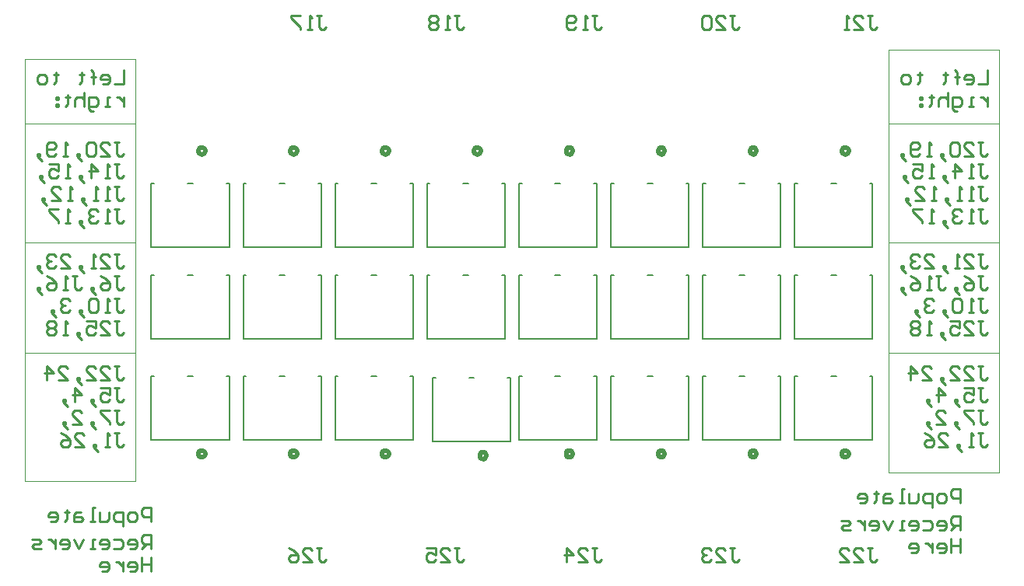
<source format=gbo>
G04*
G04 #@! TF.GenerationSoftware,Altium Limited,Altium Designer,20.2.6 (244)*
G04*
G04 Layer_Color=32896*
%FSLAX25Y25*%
%MOIN*%
G70*
G04*
G04 #@! TF.SameCoordinates,49C804FE-1F55-4C35-86A9-3D4A2AB346A9*
G04*
G04*
G04 #@! TF.FilePolarity,Positive*
G04*
G01*
G75*
%ADD12C,0.01000*%
%ADD33C,0.02000*%
%ADD34C,0.00394*%
%ADD35C,0.00600*%
D12*
X164354Y357473D02*
Y351475D01*
X160356D01*
X155357D02*
X157357D01*
X158356Y352474D01*
Y354474D01*
X157357Y355473D01*
X155357D01*
X154358Y354474D01*
Y353474D01*
X158356D01*
X151358Y351475D02*
Y356473D01*
Y354474D01*
X152358D01*
X150359D01*
X151358D01*
Y356473D01*
X150359Y357473D01*
X146360Y356473D02*
Y355473D01*
X147360D01*
X145361D01*
X146360D01*
Y352474D01*
X145361Y351475D01*
X135364Y356473D02*
Y355473D01*
X136363D01*
X134364D01*
X135364D01*
Y352474D01*
X134364Y351475D01*
X130365D02*
X128366D01*
X127366Y352474D01*
Y354474D01*
X128366Y355473D01*
X130365D01*
X131365Y354474D01*
Y352474D01*
X130365Y351475D01*
X164354Y345876D02*
Y341877D01*
Y343877D01*
X163355Y344876D01*
X162355Y345876D01*
X161355D01*
X158356Y341877D02*
X156357D01*
X157357D01*
Y345876D01*
X158356D01*
X151358Y339878D02*
X150359D01*
X149359Y340878D01*
Y345876D01*
X152358D01*
X153358Y344876D01*
Y342877D01*
X152358Y341877D01*
X149359D01*
X147360Y347875D02*
Y341877D01*
Y344876D01*
X146360Y345876D01*
X144361D01*
X143361Y344876D01*
Y341877D01*
X140362Y346876D02*
Y345876D01*
X141362D01*
X139362D01*
X140362D01*
Y342877D01*
X139362Y341877D01*
X136363Y345876D02*
X135364D01*
Y344876D01*
X136363D01*
Y345876D01*
Y342877D02*
X135364D01*
Y341877D01*
X136363D01*
Y342877D01*
X160356Y326680D02*
X162355D01*
X161355D01*
Y321682D01*
X162355Y320683D01*
X163355D01*
X164354Y321682D01*
X154358Y320683D02*
X158356D01*
X154358Y324681D01*
Y325681D01*
X155357Y326680D01*
X157357D01*
X158356Y325681D01*
X152358D02*
X151358Y326680D01*
X149359D01*
X148360Y325681D01*
Y321682D01*
X149359Y320683D01*
X151358D01*
X152358Y321682D01*
Y325681D01*
X145361Y319683D02*
X144361Y320683D01*
Y321682D01*
X145361D01*
Y320683D01*
X144361D01*
X145361Y319683D01*
X146360Y318683D01*
X140362Y320683D02*
X138363D01*
X139362D01*
Y326680D01*
X140362Y325681D01*
X135364Y321682D02*
X134364Y320683D01*
X132365D01*
X131365Y321682D01*
Y325681D01*
X132365Y326680D01*
X134364D01*
X135364Y325681D01*
Y324681D01*
X134364Y323681D01*
X131365D01*
X128366Y319683D02*
X127366Y320683D01*
Y321682D01*
X128366D01*
Y320683D01*
X127366D01*
X128366Y319683D01*
X129366Y318683D01*
X160356Y317083D02*
X162355D01*
X161355D01*
Y312085D01*
X162355Y311085D01*
X163355D01*
X164354Y312085D01*
X158356Y311085D02*
X156357D01*
X157357D01*
Y317083D01*
X158356Y316083D01*
X150359Y311085D02*
Y317083D01*
X153358Y314084D01*
X149359D01*
X146360Y310085D02*
X145361Y311085D01*
Y312085D01*
X146360D01*
Y311085D01*
X145361D01*
X146360Y310085D01*
X147360Y309085D01*
X141362Y311085D02*
X139362D01*
X140362D01*
Y317083D01*
X141362Y316083D01*
X132365Y317083D02*
X136363D01*
Y314084D01*
X134364Y315084D01*
X133364D01*
X132365Y314084D01*
Y312085D01*
X133364Y311085D01*
X135364D01*
X136363Y312085D01*
X129366Y310085D02*
X128366Y311085D01*
Y312085D01*
X129366D01*
Y311085D01*
X128366D01*
X129366Y310085D01*
X130365Y309085D01*
X160356Y307485D02*
X162355D01*
X161355D01*
Y302487D01*
X162355Y301487D01*
X163355D01*
X164354Y302487D01*
X158356Y301487D02*
X156357D01*
X157357D01*
Y307485D01*
X158356Y306486D01*
X153358Y301487D02*
X151358D01*
X152358D01*
Y307485D01*
X153358Y306486D01*
X147360Y300487D02*
X146360Y301487D01*
Y302487D01*
X147360D01*
Y301487D01*
X146360D01*
X147360Y300487D01*
X148360Y299488D01*
X142361Y301487D02*
X140362D01*
X141362D01*
Y307485D01*
X142361Y306486D01*
X133364Y301487D02*
X137363D01*
X133364Y305486D01*
Y306486D01*
X134364Y307485D01*
X136363D01*
X137363Y306486D01*
X130365Y300487D02*
X129366Y301487D01*
Y302487D01*
X130365D01*
Y301487D01*
X129366D01*
X130365Y300487D01*
X131365Y299488D01*
X160356Y297887D02*
X162355D01*
X161355D01*
Y292889D01*
X162355Y291889D01*
X163355D01*
X164354Y292889D01*
X158356Y291889D02*
X156357D01*
X157357D01*
Y297887D01*
X158356Y296888D01*
X153358D02*
X152358Y297887D01*
X150359D01*
X149359Y296888D01*
Y295888D01*
X150359Y294888D01*
X151358D01*
X150359D01*
X149359Y293889D01*
Y292889D01*
X150359Y291889D01*
X152358D01*
X153358Y292889D01*
X146360Y290890D02*
X145361Y291889D01*
Y292889D01*
X146360D01*
Y291889D01*
X145361D01*
X146360Y290890D01*
X147360Y289890D01*
X141362Y291889D02*
X139362D01*
X140362D01*
Y297887D01*
X141362Y296888D01*
X136363Y297887D02*
X132365D01*
Y296888D01*
X136363Y292889D01*
Y291889D01*
X160356Y278692D02*
X162355D01*
X161355D01*
Y273694D01*
X162355Y272694D01*
X163355D01*
X164354Y273694D01*
X154358Y272694D02*
X158356D01*
X154358Y276693D01*
Y277693D01*
X155357Y278692D01*
X157357D01*
X158356Y277693D01*
X152358Y272694D02*
X150359D01*
X151358D01*
Y278692D01*
X152358Y277693D01*
X146360Y271694D02*
X145361Y272694D01*
Y273694D01*
X146360D01*
Y272694D01*
X145361D01*
X146360Y271694D01*
X147360Y270695D01*
X137363Y272694D02*
X141362D01*
X137363Y276693D01*
Y277693D01*
X138363Y278692D01*
X140362D01*
X141362Y277693D01*
X135364D02*
X134364Y278692D01*
X132365D01*
X131365Y277693D01*
Y276693D01*
X132365Y275693D01*
X133364D01*
X132365D01*
X131365Y274693D01*
Y273694D01*
X132365Y272694D01*
X134364D01*
X135364Y273694D01*
X128366Y271694D02*
X127366Y272694D01*
Y273694D01*
X128366D01*
Y272694D01*
X127366D01*
X128366Y271694D01*
X129366Y270695D01*
X160356Y269094D02*
X162355D01*
X161355D01*
Y264096D01*
X162355Y263096D01*
X163355D01*
X164354Y264096D01*
X154358Y269094D02*
X156357Y268095D01*
X158356Y266095D01*
Y264096D01*
X157357Y263096D01*
X155357D01*
X154358Y264096D01*
Y265096D01*
X155357Y266095D01*
X158356D01*
X151358Y262097D02*
X150359Y263096D01*
Y264096D01*
X151358D01*
Y263096D01*
X150359D01*
X151358Y262097D01*
X152358Y261097D01*
X142361Y269094D02*
X144361D01*
X143361D01*
Y264096D01*
X144361Y263096D01*
X145361D01*
X146360Y264096D01*
X140362Y263096D02*
X138363D01*
X139362D01*
Y269094D01*
X140362Y268095D01*
X131365Y269094D02*
X133364Y268095D01*
X135364Y266095D01*
Y264096D01*
X134364Y263096D01*
X132365D01*
X131365Y264096D01*
Y265096D01*
X132365Y266095D01*
X135364D01*
X128366Y262097D02*
X127366Y263096D01*
Y264096D01*
X128366D01*
Y263096D01*
X127366D01*
X128366Y262097D01*
X129366Y261097D01*
X160356Y259497D02*
X162355D01*
X161355D01*
Y254498D01*
X162355Y253499D01*
X163355D01*
X164354Y254498D01*
X158356Y253499D02*
X156357D01*
X157357D01*
Y259497D01*
X158356Y258497D01*
X153358D02*
X152358Y259497D01*
X150359D01*
X149359Y258497D01*
Y254498D01*
X150359Y253499D01*
X152358D01*
X153358Y254498D01*
Y258497D01*
X146360Y252499D02*
X145361Y253499D01*
Y254498D01*
X146360D01*
Y253499D01*
X145361D01*
X146360Y252499D01*
X147360Y251499D01*
X141362Y258497D02*
X140362Y259497D01*
X138363D01*
X137363Y258497D01*
Y257498D01*
X138363Y256498D01*
X139362D01*
X138363D01*
X137363Y255498D01*
Y254498D01*
X138363Y253499D01*
X140362D01*
X141362Y254498D01*
X134364Y252499D02*
X133364Y253499D01*
Y254498D01*
X134364D01*
Y253499D01*
X133364D01*
X134364Y252499D01*
X135364Y251499D01*
X160356Y249899D02*
X162355D01*
X161355D01*
Y244901D01*
X162355Y243901D01*
X163355D01*
X164354Y244901D01*
X154358Y243901D02*
X158356D01*
X154358Y247900D01*
Y248900D01*
X155357Y249899D01*
X157357D01*
X158356Y248900D01*
X148360Y249899D02*
X152358D01*
Y246900D01*
X150359Y247900D01*
X149359D01*
X148360Y246900D01*
Y244901D01*
X149359Y243901D01*
X151358D01*
X152358Y244901D01*
X145361Y242901D02*
X144361Y243901D01*
Y244901D01*
X145361D01*
Y243901D01*
X144361D01*
X145361Y242901D01*
X146360Y241902D01*
X140362Y243901D02*
X138363D01*
X139362D01*
Y249899D01*
X140362Y248900D01*
X135364D02*
X134364Y249899D01*
X132365D01*
X131365Y248900D01*
Y247900D01*
X132365Y246900D01*
X131365Y245900D01*
Y244901D01*
X132365Y243901D01*
X134364D01*
X135364Y244901D01*
Y245900D01*
X134364Y246900D01*
X135364Y247900D01*
Y248900D01*
X134364Y246900D02*
X132365D01*
X160356Y230704D02*
X162355D01*
X161355D01*
Y225705D01*
X162355Y224706D01*
X163355D01*
X164354Y225705D01*
X154358Y224706D02*
X158356D01*
X154358Y228705D01*
Y229704D01*
X155357Y230704D01*
X157357D01*
X158356Y229704D01*
X148360Y224706D02*
X152358D01*
X148360Y228705D01*
Y229704D01*
X149359Y230704D01*
X151358D01*
X152358Y229704D01*
X145361Y223706D02*
X144361Y224706D01*
Y225705D01*
X145361D01*
Y224706D01*
X144361D01*
X145361Y223706D01*
X146360Y222706D01*
X136363Y224706D02*
X140362D01*
X136363Y228705D01*
Y229704D01*
X137363Y230704D01*
X139362D01*
X140362Y229704D01*
X131365Y224706D02*
Y230704D01*
X134364Y227705D01*
X130365D01*
X160356Y221106D02*
X162355D01*
X161355D01*
Y216108D01*
X162355Y215108D01*
X163355D01*
X164354Y216108D01*
X154358Y221106D02*
X158356D01*
Y218107D01*
X156357Y219107D01*
X155357D01*
X154358Y218107D01*
Y216108D01*
X155357Y215108D01*
X157357D01*
X158356Y216108D01*
X151358Y214108D02*
X150359Y215108D01*
Y216108D01*
X151358D01*
Y215108D01*
X150359D01*
X151358Y214108D01*
X152358Y213109D01*
X143361Y215108D02*
Y221106D01*
X146360Y218107D01*
X142361D01*
X139362Y214108D02*
X138363Y215108D01*
Y216108D01*
X139362D01*
Y215108D01*
X138363D01*
X139362Y214108D01*
X140362Y213109D01*
X160356Y211508D02*
X162355D01*
X161355D01*
Y206510D01*
X162355Y205510D01*
X163355D01*
X164354Y206510D01*
X158356Y211508D02*
X154358D01*
Y210509D01*
X158356Y206510D01*
Y205510D01*
X151358Y204511D02*
X150359Y205510D01*
Y206510D01*
X151358D01*
Y205510D01*
X150359D01*
X151358Y204511D01*
X152358Y203511D01*
X142361Y205510D02*
X146360D01*
X142361Y209509D01*
Y210509D01*
X143361Y211508D01*
X145361D01*
X146360Y210509D01*
X139362Y204511D02*
X138363Y205510D01*
Y206510D01*
X139362D01*
Y205510D01*
X138363D01*
X139362Y204511D01*
X140362Y203511D01*
X160356Y201911D02*
X162355D01*
X161355D01*
Y196912D01*
X162355Y195913D01*
X163355D01*
X164354Y196912D01*
X158356Y195913D02*
X156357D01*
X157357D01*
Y201911D01*
X158356Y200911D01*
X152358Y194913D02*
X151358Y195913D01*
Y196912D01*
X152358D01*
Y195913D01*
X151358D01*
X152358Y194913D01*
X153358Y193913D01*
X143361Y195913D02*
X147360D01*
X143361Y199911D01*
Y200911D01*
X144361Y201911D01*
X146360D01*
X147360Y200911D01*
X137363Y201911D02*
X139362Y200911D01*
X141362Y198912D01*
Y196912D01*
X140362Y195913D01*
X138363D01*
X137363Y196912D01*
Y197912D01*
X138363Y198912D01*
X141362D01*
X534433Y357473D02*
Y351475D01*
X530434D01*
X525436D02*
X527435D01*
X528435Y352474D01*
Y354474D01*
X527435Y355473D01*
X525436D01*
X524436Y354474D01*
Y353474D01*
X528435D01*
X521437Y351475D02*
Y356473D01*
Y354474D01*
X522437D01*
X520438D01*
X521437D01*
Y356473D01*
X520438Y357473D01*
X516439Y356473D02*
Y355473D01*
X517439D01*
X515439D01*
X516439D01*
Y352474D01*
X515439Y351475D01*
X505442Y356473D02*
Y355473D01*
X506442D01*
X504443D01*
X505442D01*
Y352474D01*
X504443Y351475D01*
X500444D02*
X498445D01*
X497445Y352474D01*
Y354474D01*
X498445Y355473D01*
X500444D01*
X501444Y354474D01*
Y352474D01*
X500444Y351475D01*
X534433Y345876D02*
Y341877D01*
Y343877D01*
X533433Y344876D01*
X532434Y345876D01*
X531434D01*
X528435Y341877D02*
X526436D01*
X527435D01*
Y345876D01*
X528435D01*
X521437Y339878D02*
X520438D01*
X519438Y340878D01*
Y345876D01*
X522437D01*
X523437Y344876D01*
Y342877D01*
X522437Y341877D01*
X519438D01*
X517439Y347875D02*
Y341877D01*
Y344876D01*
X516439Y345876D01*
X514439D01*
X513440Y344876D01*
Y341877D01*
X510441Y346876D02*
Y345876D01*
X511441D01*
X509441D01*
X510441D01*
Y342877D01*
X509441Y341877D01*
X506442Y345876D02*
X505442D01*
Y344876D01*
X506442D01*
Y345876D01*
Y342877D02*
X505442D01*
Y341877D01*
X506442D01*
Y342877D01*
X530434Y326680D02*
X532434D01*
X531434D01*
Y321682D01*
X532434Y320683D01*
X533433D01*
X534433Y321682D01*
X524436Y320683D02*
X528435D01*
X524436Y324681D01*
Y325681D01*
X525436Y326680D01*
X527435D01*
X528435Y325681D01*
X522437D02*
X521437Y326680D01*
X519438D01*
X518438Y325681D01*
Y321682D01*
X519438Y320683D01*
X521437D01*
X522437Y321682D01*
Y325681D01*
X515439Y319683D02*
X514439Y320683D01*
Y321682D01*
X515439D01*
Y320683D01*
X514439D01*
X515439Y319683D01*
X516439Y318683D01*
X510441Y320683D02*
X508441D01*
X509441D01*
Y326680D01*
X510441Y325681D01*
X505442Y321682D02*
X504443Y320683D01*
X502443D01*
X501444Y321682D01*
Y325681D01*
X502443Y326680D01*
X504443D01*
X505442Y325681D01*
Y324681D01*
X504443Y323681D01*
X501444D01*
X498445Y319683D02*
X497445Y320683D01*
Y321682D01*
X498445D01*
Y320683D01*
X497445D01*
X498445Y319683D01*
X499444Y318683D01*
X530434Y317083D02*
X532434D01*
X531434D01*
Y312085D01*
X532434Y311085D01*
X533433D01*
X534433Y312085D01*
X528435Y311085D02*
X526436D01*
X527435D01*
Y317083D01*
X528435Y316083D01*
X520438Y311085D02*
Y317083D01*
X523437Y314084D01*
X519438D01*
X516439Y310085D02*
X515439Y311085D01*
Y312085D01*
X516439D01*
Y311085D01*
X515439D01*
X516439Y310085D01*
X517439Y309085D01*
X511441Y311085D02*
X509441D01*
X510441D01*
Y317083D01*
X511441Y316083D01*
X502443Y317083D02*
X506442D01*
Y314084D01*
X504443Y315084D01*
X503443D01*
X502443Y314084D01*
Y312085D01*
X503443Y311085D01*
X505442D01*
X506442Y312085D01*
X499444Y310085D02*
X498445Y311085D01*
Y312085D01*
X499444D01*
Y311085D01*
X498445D01*
X499444Y310085D01*
X500444Y309085D01*
X530434Y307485D02*
X532434D01*
X531434D01*
Y302487D01*
X532434Y301487D01*
X533433D01*
X534433Y302487D01*
X528435Y301487D02*
X526436D01*
X527435D01*
Y307485D01*
X528435Y306486D01*
X523437Y301487D02*
X521437D01*
X522437D01*
Y307485D01*
X523437Y306486D01*
X517439Y300487D02*
X516439Y301487D01*
Y302487D01*
X517439D01*
Y301487D01*
X516439D01*
X517439Y300487D01*
X518438Y299488D01*
X512440Y301487D02*
X510441D01*
X511441D01*
Y307485D01*
X512440Y306486D01*
X503443Y301487D02*
X507442D01*
X503443Y305486D01*
Y306486D01*
X504443Y307485D01*
X506442D01*
X507442Y306486D01*
X500444Y300487D02*
X499444Y301487D01*
Y302487D01*
X500444D01*
Y301487D01*
X499444D01*
X500444Y300487D01*
X501444Y299488D01*
X530434Y297887D02*
X532434D01*
X531434D01*
Y292889D01*
X532434Y291889D01*
X533433D01*
X534433Y292889D01*
X528435Y291889D02*
X526436D01*
X527435D01*
Y297887D01*
X528435Y296888D01*
X523437D02*
X522437Y297887D01*
X520438D01*
X519438Y296888D01*
Y295888D01*
X520438Y294888D01*
X521437D01*
X520438D01*
X519438Y293889D01*
Y292889D01*
X520438Y291889D01*
X522437D01*
X523437Y292889D01*
X516439Y290890D02*
X515439Y291889D01*
Y292889D01*
X516439D01*
Y291889D01*
X515439D01*
X516439Y290890D01*
X517439Y289890D01*
X511441Y291889D02*
X509441D01*
X510441D01*
Y297887D01*
X511441Y296888D01*
X506442Y297887D02*
X502443D01*
Y296888D01*
X506442Y292889D01*
Y291889D01*
X530434Y278692D02*
X532434D01*
X531434D01*
Y273694D01*
X532434Y272694D01*
X533433D01*
X534433Y273694D01*
X524436Y272694D02*
X528435D01*
X524436Y276693D01*
Y277693D01*
X525436Y278692D01*
X527435D01*
X528435Y277693D01*
X522437Y272694D02*
X520438D01*
X521437D01*
Y278692D01*
X522437Y277693D01*
X516439Y271694D02*
X515439Y272694D01*
Y273694D01*
X516439D01*
Y272694D01*
X515439D01*
X516439Y271694D01*
X517439Y270695D01*
X507442Y272694D02*
X511441D01*
X507442Y276693D01*
Y277693D01*
X508441Y278692D01*
X510441D01*
X511441Y277693D01*
X505442D02*
X504443Y278692D01*
X502443D01*
X501444Y277693D01*
Y276693D01*
X502443Y275693D01*
X503443D01*
X502443D01*
X501444Y274693D01*
Y273694D01*
X502443Y272694D01*
X504443D01*
X505442Y273694D01*
X498445Y271694D02*
X497445Y272694D01*
Y273694D01*
X498445D01*
Y272694D01*
X497445D01*
X498445Y271694D01*
X499444Y270695D01*
X530434Y269094D02*
X532434D01*
X531434D01*
Y264096D01*
X532434Y263096D01*
X533433D01*
X534433Y264096D01*
X524436Y269094D02*
X526436Y268095D01*
X528435Y266095D01*
Y264096D01*
X527435Y263096D01*
X525436D01*
X524436Y264096D01*
Y265096D01*
X525436Y266095D01*
X528435D01*
X521437Y262097D02*
X520438Y263096D01*
Y264096D01*
X521437D01*
Y263096D01*
X520438D01*
X521437Y262097D01*
X522437Y261097D01*
X512440Y269094D02*
X514439D01*
X513440D01*
Y264096D01*
X514439Y263096D01*
X515439D01*
X516439Y264096D01*
X510441Y263096D02*
X508441D01*
X509441D01*
Y269094D01*
X510441Y268095D01*
X501444Y269094D02*
X503443Y268095D01*
X505442Y266095D01*
Y264096D01*
X504443Y263096D01*
X502443D01*
X501444Y264096D01*
Y265096D01*
X502443Y266095D01*
X505442D01*
X498445Y262097D02*
X497445Y263096D01*
Y264096D01*
X498445D01*
Y263096D01*
X497445D01*
X498445Y262097D01*
X499444Y261097D01*
X530434Y259497D02*
X532434D01*
X531434D01*
Y254498D01*
X532434Y253499D01*
X533433D01*
X534433Y254498D01*
X528435Y253499D02*
X526436D01*
X527435D01*
Y259497D01*
X528435Y258497D01*
X523437D02*
X522437Y259497D01*
X520438D01*
X519438Y258497D01*
Y254498D01*
X520438Y253499D01*
X522437D01*
X523437Y254498D01*
Y258497D01*
X516439Y252499D02*
X515439Y253499D01*
Y254498D01*
X516439D01*
Y253499D01*
X515439D01*
X516439Y252499D01*
X517439Y251499D01*
X511441Y258497D02*
X510441Y259497D01*
X508441D01*
X507442Y258497D01*
Y257498D01*
X508441Y256498D01*
X509441D01*
X508441D01*
X507442Y255498D01*
Y254498D01*
X508441Y253499D01*
X510441D01*
X511441Y254498D01*
X504443Y252499D02*
X503443Y253499D01*
Y254498D01*
X504443D01*
Y253499D01*
X503443D01*
X504443Y252499D01*
X505442Y251499D01*
X530434Y249899D02*
X532434D01*
X531434D01*
Y244901D01*
X532434Y243901D01*
X533433D01*
X534433Y244901D01*
X524436Y243901D02*
X528435D01*
X524436Y247900D01*
Y248900D01*
X525436Y249899D01*
X527435D01*
X528435Y248900D01*
X518438Y249899D02*
X522437D01*
Y246900D01*
X520438Y247900D01*
X519438D01*
X518438Y246900D01*
Y244901D01*
X519438Y243901D01*
X521437D01*
X522437Y244901D01*
X515439Y242901D02*
X514439Y243901D01*
Y244901D01*
X515439D01*
Y243901D01*
X514439D01*
X515439Y242901D01*
X516439Y241902D01*
X510441Y243901D02*
X508441D01*
X509441D01*
Y249899D01*
X510441Y248900D01*
X505442D02*
X504443Y249899D01*
X502443D01*
X501444Y248900D01*
Y247900D01*
X502443Y246900D01*
X501444Y245900D01*
Y244901D01*
X502443Y243901D01*
X504443D01*
X505442Y244901D01*
Y245900D01*
X504443Y246900D01*
X505442Y247900D01*
Y248900D01*
X504443Y246900D02*
X502443D01*
X530434Y230704D02*
X532434D01*
X531434D01*
Y225705D01*
X532434Y224706D01*
X533433D01*
X534433Y225705D01*
X524436Y224706D02*
X528435D01*
X524436Y228705D01*
Y229704D01*
X525436Y230704D01*
X527435D01*
X528435Y229704D01*
X518438Y224706D02*
X522437D01*
X518438Y228705D01*
Y229704D01*
X519438Y230704D01*
X521437D01*
X522437Y229704D01*
X515439Y223706D02*
X514439Y224706D01*
Y225705D01*
X515439D01*
Y224706D01*
X514439D01*
X515439Y223706D01*
X516439Y222706D01*
X506442Y224706D02*
X510441D01*
X506442Y228705D01*
Y229704D01*
X507442Y230704D01*
X509441D01*
X510441Y229704D01*
X501444Y224706D02*
Y230704D01*
X504443Y227705D01*
X500444D01*
X530434Y221106D02*
X532434D01*
X531434D01*
Y216108D01*
X532434Y215108D01*
X533433D01*
X534433Y216108D01*
X524436Y221106D02*
X528435D01*
Y218107D01*
X526436Y219107D01*
X525436D01*
X524436Y218107D01*
Y216108D01*
X525436Y215108D01*
X527435D01*
X528435Y216108D01*
X521437Y214108D02*
X520438Y215108D01*
Y216108D01*
X521437D01*
Y215108D01*
X520438D01*
X521437Y214108D01*
X522437Y213109D01*
X513440Y215108D02*
Y221106D01*
X516439Y218107D01*
X512440D01*
X509441Y214108D02*
X508441Y215108D01*
Y216108D01*
X509441D01*
Y215108D01*
X508441D01*
X509441Y214108D01*
X510441Y213109D01*
X530434Y211508D02*
X532434D01*
X531434D01*
Y206510D01*
X532434Y205510D01*
X533433D01*
X534433Y206510D01*
X528435Y211508D02*
X524436D01*
Y210509D01*
X528435Y206510D01*
Y205510D01*
X521437Y204511D02*
X520438Y205510D01*
Y206510D01*
X521437D01*
Y205510D01*
X520438D01*
X521437Y204511D01*
X522437Y203511D01*
X512440Y205510D02*
X516439D01*
X512440Y209509D01*
Y210509D01*
X513440Y211508D01*
X515439D01*
X516439Y210509D01*
X509441Y204511D02*
X508441Y205510D01*
Y206510D01*
X509441D01*
Y205510D01*
X508441D01*
X509441Y204511D01*
X510441Y203511D01*
X530434Y201911D02*
X532434D01*
X531434D01*
Y196912D01*
X532434Y195913D01*
X533433D01*
X534433Y196912D01*
X528435Y195913D02*
X526436D01*
X527435D01*
Y201911D01*
X528435Y200911D01*
X522437Y194913D02*
X521437Y195913D01*
Y196912D01*
X522437D01*
Y195913D01*
X521437D01*
X522437Y194913D01*
X523437Y193913D01*
X513440Y195913D02*
X517439D01*
X513440Y199911D01*
Y200911D01*
X514439Y201911D01*
X516439D01*
X517439Y200911D01*
X507442Y201911D02*
X509441Y200911D01*
X511441Y198912D01*
Y196912D01*
X510441Y195913D01*
X508441D01*
X507442Y196912D01*
Y197912D01*
X508441Y198912D01*
X511441D01*
X522622Y171801D02*
Y177799D01*
X519623D01*
X518623Y176799D01*
Y174800D01*
X519623Y173800D01*
X522622D01*
X515624Y171801D02*
X513625D01*
X512625Y172801D01*
Y174800D01*
X513625Y175800D01*
X515624D01*
X516624Y174800D01*
Y172801D01*
X515624Y171801D01*
X510626Y169802D02*
Y175800D01*
X507627D01*
X506627Y174800D01*
Y172801D01*
X507627Y171801D01*
X510626D01*
X504628Y175800D02*
Y172801D01*
X503628Y171801D01*
X500629D01*
Y175800D01*
X498630Y171801D02*
X496630D01*
X497630D01*
Y177799D01*
X498630D01*
X492632Y175800D02*
X490632D01*
X489633Y174800D01*
Y171801D01*
X492632D01*
X493631Y172801D01*
X492632Y173800D01*
X489633D01*
X486634Y176799D02*
Y175800D01*
X487633D01*
X485634D01*
X486634D01*
Y172801D01*
X485634Y171801D01*
X479636D02*
X481635D01*
X482635Y172801D01*
Y174800D01*
X481635Y175800D01*
X479636D01*
X478636Y174800D01*
Y173800D01*
X482635D01*
X522622Y160204D02*
Y166202D01*
X519623D01*
X518623Y165202D01*
Y163203D01*
X519623Y162203D01*
X522622D01*
X520623D02*
X518623Y160204D01*
X513625D02*
X515624D01*
X516624Y161204D01*
Y163203D01*
X515624Y164203D01*
X513625D01*
X512625Y163203D01*
Y162203D01*
X516624D01*
X506627Y164203D02*
X509626D01*
X510626Y163203D01*
Y161204D01*
X509626Y160204D01*
X506627D01*
X501629D02*
X503628D01*
X504628Y161204D01*
Y163203D01*
X503628Y164203D01*
X501629D01*
X500629Y163203D01*
Y162203D01*
X504628D01*
X498630Y160204D02*
X496630D01*
X497630D01*
Y164203D01*
X498630D01*
X493631D02*
X491632Y160204D01*
X489633Y164203D01*
X484634Y160204D02*
X486634D01*
X487633Y161204D01*
Y163203D01*
X486634Y164203D01*
X484634D01*
X483635Y163203D01*
Y162203D01*
X487633D01*
X481635Y164203D02*
Y160204D01*
Y162203D01*
X480636Y163203D01*
X479636Y164203D01*
X478636D01*
X475637Y160204D02*
X472638D01*
X471638Y161204D01*
X472638Y162203D01*
X474638D01*
X475637Y163203D01*
X474638Y164203D01*
X471638D01*
X522622Y156604D02*
Y150606D01*
Y153605D01*
X518623D01*
Y156604D01*
Y150606D01*
X513625D02*
X515624D01*
X516624Y151606D01*
Y153605D01*
X515624Y154605D01*
X513625D01*
X512625Y153605D01*
Y152606D01*
X516624D01*
X510626Y154605D02*
Y150606D01*
Y152606D01*
X509626Y153605D01*
X508627Y154605D01*
X507627D01*
X501629Y150606D02*
X503628D01*
X504628Y151606D01*
Y153605D01*
X503628Y154605D01*
X501629D01*
X500629Y153605D01*
Y152606D01*
X504628D01*
X176165Y163927D02*
Y169925D01*
X173166D01*
X172167Y168925D01*
Y166926D01*
X173166Y165926D01*
X176165D01*
X169168Y163927D02*
X167168D01*
X166169Y164927D01*
Y166926D01*
X167168Y167926D01*
X169168D01*
X170167Y166926D01*
Y164927D01*
X169168Y163927D01*
X164169Y161928D02*
Y167926D01*
X161170D01*
X160170Y166926D01*
Y164927D01*
X161170Y163927D01*
X164169D01*
X158171Y167926D02*
Y164927D01*
X157171Y163927D01*
X154173D01*
Y167926D01*
X152173Y163927D02*
X150174D01*
X151173D01*
Y169925D01*
X152173D01*
X146175Y167926D02*
X144176D01*
X143176Y166926D01*
Y163927D01*
X146175D01*
X147175Y164927D01*
X146175Y165926D01*
X143176D01*
X140177Y168925D02*
Y167926D01*
X141177D01*
X139177D01*
X140177D01*
Y164927D01*
X139177Y163927D01*
X133179D02*
X135179D01*
X136178Y164927D01*
Y166926D01*
X135179Y167926D01*
X133179D01*
X132180Y166926D01*
Y165926D01*
X136178D01*
X176165Y152330D02*
Y158328D01*
X173166D01*
X172167Y157328D01*
Y155329D01*
X173166Y154329D01*
X176165D01*
X174166D02*
X172167Y152330D01*
X167168D02*
X169168D01*
X170167Y153330D01*
Y155329D01*
X169168Y156329D01*
X167168D01*
X166169Y155329D01*
Y154329D01*
X170167D01*
X160170Y156329D02*
X163170D01*
X164169Y155329D01*
Y153330D01*
X163170Y152330D01*
X160170D01*
X155172D02*
X157171D01*
X158171Y153330D01*
Y155329D01*
X157171Y156329D01*
X155172D01*
X154173Y155329D01*
Y154329D01*
X158171D01*
X152173Y152330D02*
X150174D01*
X151173D01*
Y156329D01*
X152173D01*
X147175D02*
X145175Y152330D01*
X143176Y156329D01*
X138178Y152330D02*
X140177D01*
X141177Y153330D01*
Y155329D01*
X140177Y156329D01*
X138178D01*
X137178Y155329D01*
Y154329D01*
X141177D01*
X135179Y156329D02*
Y152330D01*
Y154329D01*
X134179Y155329D01*
X133179Y156329D01*
X132180D01*
X129181Y152330D02*
X126181D01*
X125182Y153330D01*
X126181Y154329D01*
X128181D01*
X129181Y155329D01*
X128181Y156329D01*
X125182D01*
X176165Y148730D02*
Y142732D01*
Y145731D01*
X172167D01*
Y148730D01*
Y142732D01*
X167168D02*
X169168D01*
X170167Y143732D01*
Y145731D01*
X169168Y146731D01*
X167168D01*
X166169Y145731D01*
Y144732D01*
X170167D01*
X164169Y146731D02*
Y142732D01*
Y144732D01*
X163170Y145731D01*
X162170Y146731D01*
X161170D01*
X155172Y142732D02*
X157171D01*
X158171Y143732D01*
Y145731D01*
X157171Y146731D01*
X155172D01*
X154173Y145731D01*
Y144732D01*
X158171D01*
X483190Y152667D02*
X485190D01*
X484190D01*
Y147669D01*
X485190Y146669D01*
X486189D01*
X487189Y147669D01*
X477192Y146669D02*
X481191D01*
X477192Y150668D01*
Y151668D01*
X478192Y152667D01*
X480191D01*
X481191Y151668D01*
X471194Y146669D02*
X475193D01*
X471194Y150668D01*
Y151668D01*
X472194Y152667D01*
X474193D01*
X475193Y151668D01*
X424135Y152667D02*
X426134D01*
X425135D01*
Y147669D01*
X426134Y146669D01*
X427134D01*
X428134Y147669D01*
X418137Y146669D02*
X422136D01*
X418137Y150668D01*
Y151668D01*
X419137Y152667D01*
X421136D01*
X422136Y151668D01*
X416138D02*
X415138Y152667D01*
X413139D01*
X412139Y151668D01*
Y150668D01*
X413139Y149668D01*
X414138D01*
X413139D01*
X412139Y148669D01*
Y147669D01*
X413139Y146669D01*
X415138D01*
X416138Y147669D01*
X365080Y152667D02*
X367079D01*
X366080D01*
Y147669D01*
X367079Y146669D01*
X368079D01*
X369079Y147669D01*
X359082Y146669D02*
X363081D01*
X359082Y150668D01*
Y151668D01*
X360082Y152667D01*
X362081D01*
X363081Y151668D01*
X354084Y146669D02*
Y152667D01*
X357083Y149668D01*
X353084D01*
X306025Y152667D02*
X308024D01*
X307025D01*
Y147669D01*
X308024Y146669D01*
X309024D01*
X310024Y147669D01*
X300027Y146669D02*
X304026D01*
X300027Y150668D01*
Y151668D01*
X301027Y152667D01*
X303026D01*
X304026Y151668D01*
X294029Y152667D02*
X298027D01*
Y149668D01*
X296028Y150668D01*
X295028D01*
X294029Y149668D01*
Y147669D01*
X295028Y146669D01*
X297028D01*
X298027Y147669D01*
X246970Y152667D02*
X248969D01*
X247970D01*
Y147669D01*
X248969Y146669D01*
X249969D01*
X250969Y147669D01*
X240972Y146669D02*
X244970D01*
X240972Y150668D01*
Y151668D01*
X241971Y152667D01*
X243971D01*
X244970Y151668D01*
X234974Y152667D02*
X236973Y151668D01*
X238972Y149668D01*
Y147669D01*
X237973Y146669D01*
X235973D01*
X234974Y147669D01*
Y148669D01*
X235973Y149668D01*
X238972D01*
X483190Y381014D02*
X485190D01*
X484190D01*
Y376015D01*
X485190Y375016D01*
X486189D01*
X487189Y376015D01*
X477192Y375016D02*
X481191D01*
X477192Y379014D01*
Y380014D01*
X478192Y381014D01*
X480191D01*
X481191Y380014D01*
X475193Y375016D02*
X473194D01*
X474193D01*
Y381014D01*
X475193Y380014D01*
X424135Y381014D02*
X426134D01*
X425135D01*
Y376015D01*
X426134Y375016D01*
X427134D01*
X428134Y376015D01*
X418137Y375016D02*
X422136D01*
X418137Y379014D01*
Y380014D01*
X419137Y381014D01*
X421136D01*
X422136Y380014D01*
X416138D02*
X415138Y381014D01*
X413139D01*
X412139Y380014D01*
Y376015D01*
X413139Y375016D01*
X415138D01*
X416138Y376015D01*
Y380014D01*
X365080Y381014D02*
X367079D01*
X366080D01*
Y376015D01*
X367079Y375016D01*
X368079D01*
X369079Y376015D01*
X363081Y375016D02*
X361081D01*
X362081D01*
Y381014D01*
X363081Y380014D01*
X358082Y376015D02*
X357083Y375016D01*
X355083D01*
X354084Y376015D01*
Y380014D01*
X355083Y381014D01*
X357083D01*
X358082Y380014D01*
Y379014D01*
X357083Y378015D01*
X354084D01*
X306025Y381014D02*
X308024D01*
X307025D01*
Y376015D01*
X308024Y375016D01*
X309024D01*
X310024Y376015D01*
X304026Y375016D02*
X302026D01*
X303026D01*
Y381014D01*
X304026Y380014D01*
X299027D02*
X298027Y381014D01*
X296028D01*
X295028Y380014D01*
Y379014D01*
X296028Y378015D01*
X295028Y377015D01*
Y376015D01*
X296028Y375016D01*
X298027D01*
X299027Y376015D01*
Y377015D01*
X298027Y378015D01*
X299027Y379014D01*
Y380014D01*
X298027Y378015D02*
X296028D01*
X246970Y381014D02*
X248969D01*
X247970D01*
Y376015D01*
X248969Y375016D01*
X249969D01*
X250969Y376015D01*
X244970Y375016D02*
X242971D01*
X243971D01*
Y381014D01*
X244970Y380014D01*
X239972Y381014D02*
X235973D01*
Y380014D01*
X239972Y376015D01*
Y375016D01*
D33*
X199335Y322835D02*
X198984Y323799D01*
X198095Y324312D01*
X197085Y324134D01*
X196425Y323348D01*
Y322322D01*
X197085Y321536D01*
X198095Y321357D01*
X198984Y321870D01*
X199335Y322835D01*
X238705D02*
X238354Y323799D01*
X237465Y324312D01*
X236455Y324134D01*
X235795Y323348D01*
Y322322D01*
X236455Y321536D01*
X237465Y321357D01*
X238354Y321870D01*
X238705Y322835D01*
X199335D02*
X198984Y323799D01*
X198095Y324312D01*
X197085Y324134D01*
X196425Y323348D01*
Y322322D01*
X197085Y321536D01*
X198095Y321357D01*
X198984Y321870D01*
X199335Y322835D01*
X238705D02*
X238354Y323799D01*
X237465Y324312D01*
X236455Y324134D01*
X235795Y323348D01*
Y322322D01*
X236455Y321536D01*
X237465Y321357D01*
X238354Y321870D01*
X238705Y322835D01*
X278075D02*
X277724Y323799D01*
X276835Y324312D01*
X275825Y324134D01*
X275165Y323348D01*
Y322322D01*
X275825Y321536D01*
X276835Y321357D01*
X277724Y321870D01*
X278075Y322835D01*
X317445D02*
X317094Y323799D01*
X316205Y324312D01*
X315195Y324134D01*
X314535Y323348D01*
Y322322D01*
X315195Y321536D01*
X316205Y321357D01*
X317094Y321870D01*
X317445Y322835D01*
X356815D02*
X356464Y323799D01*
X355575Y324312D01*
X354565Y324134D01*
X353905Y323348D01*
Y322322D01*
X354565Y321536D01*
X355575Y321357D01*
X356464Y321870D01*
X356815Y322835D01*
X396185D02*
X395834Y323799D01*
X394946Y324312D01*
X393935Y324134D01*
X393275Y323348D01*
Y322322D01*
X393935Y321536D01*
X394946Y321357D01*
X395834Y321870D01*
X396185Y322835D01*
X435555D02*
X435204Y323799D01*
X434316Y324312D01*
X433305Y324134D01*
X432646Y323348D01*
Y322322D01*
X433305Y321536D01*
X434316Y321357D01*
X435204Y321870D01*
X435555Y322835D01*
X474925D02*
X474574Y323799D01*
X473686Y324312D01*
X472675Y324134D01*
X472016Y323348D01*
Y322322D01*
X472675Y321536D01*
X473686Y321357D01*
X474574Y321870D01*
X474925Y322835D01*
X435555Y192913D02*
X435204Y193878D01*
X434316Y194391D01*
X433305Y194212D01*
X432646Y193426D01*
Y192400D01*
X433305Y191614D01*
X434316Y191436D01*
X435204Y191949D01*
X435555Y192913D01*
X435204Y193878D01*
X434316Y194391D01*
X433305Y194212D01*
X432646Y193426D01*
Y192400D01*
X433305Y191614D01*
X434316Y191436D01*
X435204Y191949D01*
X435555Y192913D01*
X474925D02*
X474574Y193878D01*
X473686Y194391D01*
X472675Y194212D01*
X472016Y193426D01*
Y192400D01*
X472675Y191614D01*
X473686Y191436D01*
X474574Y191949D01*
X474925Y192913D01*
X474574Y193878D01*
X473686Y194391D01*
X472675Y194212D01*
X472016Y193426D01*
Y192400D01*
X472675Y191614D01*
X473686Y191436D01*
X474574Y191949D01*
X474925Y192913D01*
X396185Y322835D02*
X395834Y323799D01*
X394946Y324312D01*
X393935Y324134D01*
X393275Y323348D01*
Y322322D01*
X393935Y321536D01*
X394946Y321357D01*
X395834Y321870D01*
X396185Y322835D01*
X356815D02*
X356464Y323799D01*
X355575Y324312D01*
X354565Y324134D01*
X353905Y323348D01*
Y322322D01*
X354565Y321536D01*
X355575Y321357D01*
X356464Y321870D01*
X356815Y322835D01*
X474925D02*
X474574Y323799D01*
X473686Y324312D01*
X472675Y324134D01*
X472016Y323348D01*
Y322322D01*
X472675Y321536D01*
X473686Y321357D01*
X474574Y321870D01*
X474925Y322835D01*
X435555D02*
X435204Y323799D01*
X434316Y324312D01*
X433305Y324134D01*
X432646Y323348D01*
Y322322D01*
X433305Y321536D01*
X434316Y321357D01*
X435204Y321870D01*
X435555Y322835D01*
X319821Y192202D02*
X319470Y193167D01*
X318581Y193680D01*
X317571Y193501D01*
X316911Y192715D01*
Y191689D01*
X317571Y190903D01*
X318581Y190725D01*
X319470Y191238D01*
X319821Y192202D01*
X319470Y193167D01*
X318581Y193680D01*
X317571Y193501D01*
X316911Y192715D01*
Y191689D01*
X317571Y190903D01*
X318581Y190725D01*
X319470Y191238D01*
X319821Y192202D01*
X356815Y192913D02*
X356464Y193878D01*
X355575Y194391D01*
X354565Y194212D01*
X353905Y193426D01*
Y192400D01*
X354565Y191614D01*
X355575Y191436D01*
X356464Y191949D01*
X356815Y192913D01*
X356464Y193878D01*
X355575Y194391D01*
X354565Y194212D01*
X353905Y193426D01*
Y192400D01*
X354565Y191614D01*
X355575Y191436D01*
X356464Y191949D01*
X356815Y192913D01*
X396185D02*
X395834Y193878D01*
X394946Y194391D01*
X393935Y194212D01*
X393275Y193426D01*
Y192400D01*
X393935Y191614D01*
X394946Y191436D01*
X395834Y191949D01*
X396185Y192913D01*
X395834Y193878D01*
X394946Y194391D01*
X393935Y194212D01*
X393275Y193426D01*
Y192400D01*
X393935Y191614D01*
X394946Y191436D01*
X395834Y191949D01*
X396185Y192913D01*
X278075D02*
X277724Y193878D01*
X276835Y194391D01*
X275825Y194212D01*
X275165Y193426D01*
Y192400D01*
X275825Y191614D01*
X276835Y191436D01*
X277724Y191949D01*
X278075Y192913D01*
X277724Y193878D01*
X276835Y194391D01*
X275825Y194212D01*
X275165Y193426D01*
Y192400D01*
X275825Y191614D01*
X276835Y191436D01*
X277724Y191949D01*
X278075Y192913D01*
X238705D02*
X238354Y193878D01*
X237465Y194391D01*
X236455Y194212D01*
X235795Y193426D01*
Y192400D01*
X236455Y191614D01*
X237465Y191436D01*
X238354Y191949D01*
X238705Y192913D01*
X238354Y193878D01*
X237465Y194391D01*
X236455Y194212D01*
X235795Y193426D01*
Y192400D01*
X236455Y191614D01*
X237465Y191436D01*
X238354Y191949D01*
X238705Y192913D01*
X317445Y322835D02*
X317094Y323799D01*
X316205Y324312D01*
X315195Y324134D01*
X314535Y323348D01*
Y322322D01*
X315195Y321536D01*
X316205Y321357D01*
X317094Y321870D01*
X317445Y322835D01*
X278075D02*
X277724Y323799D01*
X276835Y324312D01*
X275825Y324134D01*
X275165Y323348D01*
Y322322D01*
X275825Y321536D01*
X276835Y321357D01*
X277724Y321870D01*
X278075Y322835D01*
X199335Y192913D02*
X198984Y193878D01*
X198095Y194391D01*
X197085Y194212D01*
X196425Y193426D01*
Y192400D01*
X197085Y191614D01*
X198095Y191436D01*
X198984Y191949D01*
X199335Y192913D01*
X198984Y193878D01*
X198095Y194391D01*
X197085Y194212D01*
X196425Y193426D01*
Y192400D01*
X197085Y191614D01*
X198095Y191436D01*
X198984Y191949D01*
X199335Y192913D01*
D34*
X169291Y354331D02*
Y362205D01*
X122047D02*
X169291D01*
X122047Y236221D02*
X169291D01*
X122047Y283465D02*
X169291D01*
X122047Y334646D02*
X169291D01*
X122047Y181102D02*
Y362205D01*
Y181102D02*
X169291D01*
Y354331D01*
X492126Y236221D02*
X539370D01*
X492126Y283465D02*
X539370D01*
X492126Y334646D02*
X539370D01*
Y358268D02*
Y366142D01*
X492126D02*
X539370D01*
X492126Y185039D02*
Y366142D01*
Y185039D02*
X539370D01*
Y358268D01*
D35*
X388602Y269555D02*
X390925D01*
X373064D02*
X374276D01*
X406464Y242255D02*
Y269555D01*
X373064Y242255D02*
X406464D01*
X373064D02*
Y269555D01*
X405251D02*
X406464D01*
X388602Y226248D02*
X390925D01*
X373064D02*
X374276D01*
X406464Y198948D02*
Y226248D01*
X373064Y198948D02*
X406464D01*
X373064D02*
Y226248D01*
X405251D02*
X406464D01*
X270492Y269555D02*
X272815D01*
X254954D02*
X256166D01*
X288353Y242255D02*
Y269555D01*
X254954Y242255D02*
X288353D01*
X254954D02*
Y269555D01*
X287141D02*
X288353D01*
X270492Y226248D02*
X272815D01*
X254954D02*
X256166D01*
X288353Y198948D02*
Y226248D01*
X254954Y198948D02*
X288353D01*
X254954D02*
Y226248D01*
X287141D02*
X288353D01*
X231122D02*
X233445D01*
X215583D02*
X216796D01*
X248984Y198948D02*
Y226248D01*
X215583Y198948D02*
X248984D01*
X215583D02*
Y226248D01*
X247771D02*
X248984D01*
X309862Y269555D02*
X312185D01*
X294324D02*
X295536D01*
X327724Y242255D02*
Y269555D01*
X294324Y242255D02*
X327724D01*
X294324D02*
Y269555D01*
X326511D02*
X327724D01*
X309862Y308926D02*
X312185D01*
X294324D02*
X295536D01*
X327724Y281626D02*
Y308926D01*
X294324Y281626D02*
X327724D01*
X294324D02*
Y308926D01*
X326511D02*
X327724D01*
X270492D02*
X272815D01*
X254954D02*
X256166D01*
X288353Y281626D02*
Y308926D01*
X254954Y281626D02*
X288353D01*
X254954D02*
Y308926D01*
X287141D02*
X288353D01*
X231122D02*
X233445D01*
X215583D02*
X216796D01*
X248984Y281626D02*
Y308926D01*
X215583Y281626D02*
X248984D01*
X215583D02*
Y308926D01*
X247771D02*
X248984D01*
X191752Y226248D02*
X194075D01*
X176213D02*
X177426D01*
X209613Y198948D02*
Y226248D01*
X176213Y198948D02*
X209613D01*
X176213D02*
Y226248D01*
X208401D02*
X209613D01*
X231122Y269555D02*
X233445D01*
X215583D02*
X216796D01*
X248984Y242255D02*
Y269555D01*
X215583Y242255D02*
X248984D01*
X215583D02*
Y269555D01*
X247771D02*
X248984D01*
X427973Y226248D02*
X430295D01*
X412434D02*
X413646D01*
X445834Y198948D02*
Y226248D01*
X412434Y198948D02*
X445834D01*
X412434D02*
Y226248D01*
X444621D02*
X445834D01*
X427973Y269555D02*
X430295D01*
X412434D02*
X413646D01*
X445834Y242255D02*
Y269555D01*
X412434Y242255D02*
X445834D01*
X412434D02*
Y269555D01*
X444621D02*
X445834D01*
X467343Y226248D02*
X469665D01*
X451804D02*
X453016D01*
X485204Y198948D02*
Y226248D01*
X451804Y198948D02*
X485204D01*
X451804D02*
Y226248D01*
X483991D02*
X485204D01*
X388602Y308926D02*
X390925D01*
X373064D02*
X374276D01*
X406464Y281626D02*
Y308926D01*
X373064Y281626D02*
X406464D01*
X373064D02*
Y308926D01*
X405251D02*
X406464D01*
X349232D02*
X351555D01*
X333694D02*
X334906D01*
X367094Y281626D02*
Y308926D01*
X333694Y281626D02*
X367094D01*
X333694D02*
Y308926D01*
X365881D02*
X367094D01*
X467343Y269555D02*
X469665D01*
X451804D02*
X453016D01*
X485204Y242255D02*
Y269555D01*
X451804Y242255D02*
X485204D01*
X451804D02*
Y269555D01*
X483991D02*
X485204D01*
X467343Y308926D02*
X469665D01*
X451804D02*
X453016D01*
X485204Y281626D02*
Y308926D01*
X451804Y281626D02*
X485204D01*
X451804D02*
Y308926D01*
X483991D02*
X485204D01*
X427973D02*
X430295D01*
X412434D02*
X413646D01*
X445834Y281626D02*
Y308926D01*
X412434Y281626D02*
X445834D01*
X412434D02*
Y308926D01*
X444621D02*
X445834D01*
X191752Y269555D02*
X194075D01*
X176213D02*
X177426D01*
X209613Y242255D02*
Y269555D01*
X176213Y242255D02*
X209613D01*
X176213D02*
Y269555D01*
X208401D02*
X209613D01*
X191752Y308926D02*
X194075D01*
X176213D02*
X177426D01*
X209613Y281626D02*
Y308926D01*
X176213Y281626D02*
X209613D01*
X176213D02*
Y308926D01*
X208401D02*
X209613D01*
X349232Y269555D02*
X351555D01*
X333694D02*
X334906D01*
X367094Y242255D02*
Y269555D01*
X333694Y242255D02*
X367094D01*
X333694D02*
Y269555D01*
X365881D02*
X367094D01*
X312238Y225537D02*
X314561D01*
X296700D02*
X297912D01*
X330100Y198237D02*
Y225537D01*
X296700Y198237D02*
X330100D01*
X296700D02*
Y225537D01*
X328887D02*
X330100D01*
X365881Y226248D02*
X367094D01*
X333694Y198948D02*
Y226248D01*
Y198948D02*
X367094D01*
Y226248D01*
X333694D02*
X334906D01*
X349232D02*
X351555D01*
M02*

</source>
